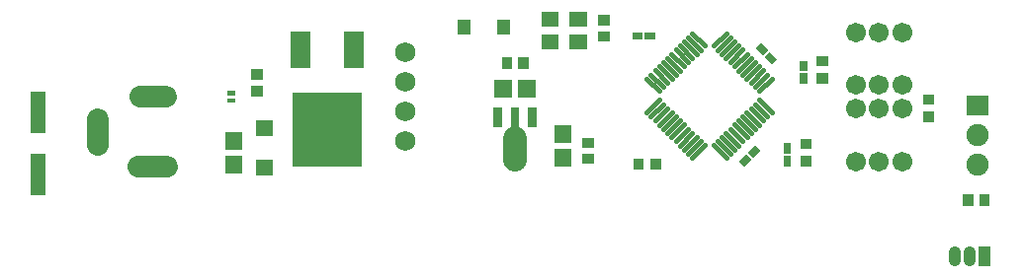
<source format=gts>
G04 Layer: TopSolderMaskLayer*
G04 EasyEDA v6.4.32, 2022-03-04 17:10:02*
G04 9e068ee103114b4da440d1e05eba0729,9b295ca1ffa148ecaf4cbe0d9ff7b9be,10*
G04 Gerber Generator version 0.2*
G04 Scale: 100 percent, Rotated: No, Reflected: No *
G04 Dimensions in inches *
G04 leading zeros omitted , absolute positions ,3 integer and 6 decimal *
%FSLAX36Y36*%
%MOIN*%

%ADD49C,0.0150*%
%ADD50C,0.0749*%
%ADD51C,0.0394*%
%ADD55C,0.0670*%
%ADD60C,0.0680*%
%ADD64R,0.0394X0.0355*%

%LPD*%
D49*
X2260977Y2508577D02*
G01*
X2218662Y2466262D01*
X2274907Y2494657D02*
G01*
X2232592Y2452343D01*
X2288816Y2480736D02*
G01*
X2246503Y2438422D01*
X2302746Y2466817D02*
G01*
X2260433Y2424502D01*
X2316656Y2452907D02*
G01*
X2274342Y2410592D01*
X2330586Y2438977D02*
G01*
X2288272Y2396662D01*
X2344497Y2425066D02*
G01*
X2302183Y2382752D01*
X2358416Y2411136D02*
G01*
X2316103Y2368823D01*
X2372336Y2397226D02*
G01*
X2330023Y2354913D01*
X2386256Y2383307D02*
G01*
X2343942Y2340992D01*
X2400177Y2369387D02*
G01*
X2357862Y2327073D01*
X2414097Y2355466D02*
G01*
X2371782Y2313153D01*
X2444162Y2355466D02*
G01*
X2486477Y2313153D01*
X2458082Y2369387D02*
G01*
X2500397Y2327073D01*
X2472003Y2383307D02*
G01*
X2514317Y2340992D01*
X2485923Y2397226D02*
G01*
X2528236Y2354913D01*
X2499843Y2411136D02*
G01*
X2542156Y2368823D01*
X2513762Y2425066D02*
G01*
X2556076Y2382752D01*
X2527682Y2438977D02*
G01*
X2569997Y2396662D01*
X2541602Y2452907D02*
G01*
X2583917Y2410592D01*
X2555523Y2466817D02*
G01*
X2597836Y2424502D01*
X2569443Y2480736D02*
G01*
X2611756Y2438422D01*
X2583362Y2494657D02*
G01*
X2625676Y2452343D01*
X2597282Y2508577D02*
G01*
X2639597Y2466262D01*
X2639597Y2580956D02*
G01*
X2597282Y2538643D01*
X2625676Y2594886D02*
G01*
X2583362Y2552573D01*
X2611756Y2608796D02*
G01*
X2569443Y2566482D01*
X2597836Y2622716D02*
G01*
X2555523Y2580403D01*
X2583917Y2636637D02*
G01*
X2541602Y2594322D01*
X2569997Y2650556D02*
G01*
X2527682Y2608243D01*
X2556076Y2664477D02*
G01*
X2513762Y2622163D01*
X2542156Y2678397D02*
G01*
X2499843Y2636082D01*
X2528236Y2692316D02*
G01*
X2485923Y2650003D01*
X2514317Y2706237D02*
G01*
X2472003Y2663923D01*
X2500397Y2720156D02*
G01*
X2458082Y2677842D01*
X2486477Y2734077D02*
G01*
X2444162Y2691763D01*
X2371782Y2734077D02*
G01*
X2414097Y2691763D01*
X2357862Y2720156D02*
G01*
X2400177Y2677842D01*
X2343942Y2706237D02*
G01*
X2386256Y2663923D01*
X2330023Y2692316D02*
G01*
X2372336Y2650003D01*
X2316103Y2678397D02*
G01*
X2358416Y2636082D01*
X2302183Y2664477D02*
G01*
X2344497Y2622163D01*
X2288272Y2650556D02*
G01*
X2330586Y2608243D01*
X2274342Y2636637D02*
G01*
X2316656Y2594322D01*
X2260433Y2622716D02*
G01*
X2302746Y2580403D01*
X2246503Y2608796D02*
G01*
X2288816Y2566482D01*
X2232592Y2594886D02*
G01*
X2274907Y2552573D01*
X2218662Y2580956D02*
G01*
X2260977Y2538643D01*
D50*
X505965Y2283460D02*
G01*
X600453Y2283460D01*
X596516Y2519679D02*
G01*
X509902Y2519679D01*
X368040Y2444886D02*
G01*
X368040Y2358272D01*
D51*
X3257089Y1966540D02*
G01*
X3257089Y1994099D01*
X3307089Y1966540D02*
G01*
X3307089Y1994099D01*
G36*
X2212600Y2711799D02*
G01*
X2212600Y2736999D01*
X2247700Y2736999D01*
X2247700Y2711799D01*
G37*
G36*
X2169600Y2711799D02*
G01*
X2169600Y2736999D01*
X2204799Y2736999D01*
X2204799Y2711799D01*
G37*
G36*
X3150299Y2492100D02*
G01*
X3150299Y2527800D01*
X3188299Y2527800D01*
X3188299Y2492100D01*
G37*
G36*
X3150299Y2432800D02*
G01*
X3150299Y2468499D01*
X3188299Y2468499D01*
X3188299Y2432800D01*
G37*
D50*
G01*
X3334639Y2289760D03*
G01*
X3334639Y2389760D03*
G36*
X3297200Y2456799D02*
G01*
X3297200Y2522800D01*
X3372100Y2522800D01*
X3372100Y2456799D01*
G37*
D55*
G01*
X3080979Y2561140D03*
G01*
X3002240Y2561140D03*
G01*
X2923500Y2561140D03*
G01*
X2923500Y2738299D03*
G01*
X3002240Y2738299D03*
G01*
X3080979Y2738299D03*
G01*
X3080979Y2301239D03*
G01*
X3002240Y2301239D03*
G01*
X2923500Y2301239D03*
G01*
X2923500Y2478400D03*
G01*
X3002240Y2478400D03*
G01*
X3080979Y2478400D03*
G36*
X2232200Y2272300D02*
G01*
X2232200Y2310300D01*
X2268000Y2310300D01*
X2268000Y2272300D01*
G37*
G36*
X2172899Y2272300D02*
G01*
X2172899Y2310300D01*
X2208699Y2310300D01*
X2208699Y2272300D01*
G37*
G36*
X2736899Y2342500D02*
G01*
X2736899Y2378200D01*
X2774899Y2378200D01*
X2774899Y2342500D01*
G37*
G36*
X2736899Y2283200D02*
G01*
X2736899Y2318899D01*
X2774899Y2318899D01*
X2774899Y2283200D01*
G37*
G36*
X2791999Y2621999D02*
G01*
X2791999Y2657800D01*
X2830000Y2657800D01*
X2830000Y2621999D01*
G37*
G36*
X2791999Y2562700D02*
G01*
X2791999Y2598499D01*
X2830000Y2598499D01*
X2830000Y2562700D01*
G37*
G36*
X1581999Y2731300D02*
G01*
X1581999Y2780500D01*
X1623400Y2780500D01*
X1623400Y2731300D01*
G37*
G36*
X1715200Y2731300D02*
G01*
X1715200Y2780500D01*
X1756599Y2780500D01*
X1756599Y2731300D01*
G37*
G36*
X798199Y2341500D02*
G01*
X798199Y2400999D01*
X855299Y2400999D01*
X855299Y2341500D01*
G37*
G36*
X798199Y2260399D02*
G01*
X798199Y2319899D01*
X855299Y2319899D01*
X855299Y2260399D01*
G37*
G36*
X899600Y2387800D02*
G01*
X899600Y2439000D01*
X958699Y2439000D01*
X958699Y2387800D01*
G37*
G36*
X899600Y2253899D02*
G01*
X899600Y2305200D01*
X958699Y2305200D01*
X958699Y2253899D01*
G37*
D60*
G01*
X1403149Y2371660D03*
G01*
X1403149Y2471660D03*
G01*
X1403149Y2571660D03*
G01*
X1403149Y2671660D03*
G36*
X1773500Y2267700D02*
G01*
X1771700Y2267800D01*
X1769799Y2268000D01*
X1768000Y2268200D01*
X1764399Y2269000D01*
X1762600Y2269499D01*
X1760900Y2270100D01*
X1757500Y2271500D01*
X1755799Y2272399D01*
X1754200Y2273299D01*
X1752700Y2274299D01*
X1751099Y2275300D01*
X1749700Y2276399D01*
X1748299Y2277600D01*
X1746899Y2278899D01*
X1745600Y2280200D01*
X1743199Y2283000D01*
X1742200Y2284499D01*
X1741099Y2286100D01*
X1740200Y2287600D01*
X1739300Y2289299D01*
X1738500Y2290900D01*
X1737799Y2292600D01*
X1737200Y2294400D01*
X1736599Y2296100D01*
X1736099Y2297899D01*
X1735500Y2301500D01*
X1735200Y2303400D01*
X1735100Y2305200D01*
X1735100Y2381900D01*
X1735200Y2383699D01*
X1735500Y2385599D01*
X1736099Y2389200D01*
X1736599Y2390999D01*
X1737200Y2392800D01*
X1737799Y2394499D01*
X1738500Y2396199D01*
X1739300Y2397899D01*
X1741099Y2401100D01*
X1742200Y2402600D01*
X1743199Y2404099D01*
X1745600Y2406900D01*
X1746899Y2408200D01*
X1748299Y2409499D01*
X1749700Y2410700D01*
X1751099Y2411799D01*
X1752700Y2412899D01*
X1754200Y2413800D01*
X1755799Y2414800D01*
X1757600Y2415700D01*
X1759499Y2416100D01*
X1759499Y2483299D01*
X1789399Y2483299D01*
X1789399Y2416100D01*
X1791199Y2415700D01*
X1793000Y2414800D01*
X1794700Y2413800D01*
X1796199Y2412899D01*
X1799200Y2410700D01*
X1800600Y2409499D01*
X1803199Y2406900D01*
X1804499Y2405500D01*
X1805600Y2404099D01*
X1806700Y2402600D01*
X1807700Y2401100D01*
X1808699Y2399499D01*
X1809600Y2397899D01*
X1810399Y2396199D01*
X1811099Y2394499D01*
X1811700Y2392800D01*
X1812299Y2390999D01*
X1813100Y2387399D01*
X1813400Y2385599D01*
X1813599Y2383699D01*
X1813800Y2381900D01*
X1813800Y2305200D01*
X1813599Y2303400D01*
X1813400Y2301500D01*
X1813100Y2299699D01*
X1812299Y2296100D01*
X1811700Y2294400D01*
X1811099Y2292600D01*
X1810399Y2290900D01*
X1809600Y2289299D01*
X1808699Y2287600D01*
X1807700Y2286100D01*
X1806700Y2284499D01*
X1805600Y2283000D01*
X1804499Y2281599D01*
X1803199Y2280200D01*
X1800600Y2277600D01*
X1799200Y2276399D01*
X1797700Y2275300D01*
X1794700Y2273299D01*
X1793000Y2272399D01*
X1791400Y2271500D01*
X1788000Y2270100D01*
X1786300Y2269499D01*
X1784499Y2269000D01*
X1780900Y2268200D01*
X1778999Y2268000D01*
X1777200Y2267800D01*
X1775399Y2267700D01*
G37*
G36*
X1700500Y2417300D02*
G01*
X1700500Y2483400D01*
X1731000Y2483400D01*
X1731000Y2417300D01*
G37*
G36*
X1818599Y2417300D02*
G01*
X1818599Y2483400D01*
X1849099Y2483400D01*
X1849099Y2417300D01*
G37*
G36*
X1704499Y2518000D02*
G01*
X1704499Y2575100D01*
X1763999Y2575100D01*
X1763999Y2518000D01*
G37*
G36*
X1785600Y2518000D02*
G01*
X1785600Y2575100D01*
X1845100Y2575100D01*
X1845100Y2518000D01*
G37*
G36*
X1784600Y2613499D02*
G01*
X1784600Y2652899D01*
X1820100Y2652899D01*
X1820100Y2613499D01*
G37*
G36*
X1729499Y2613499D02*
G01*
X1729499Y2652899D01*
X1765000Y2652899D01*
X1765000Y2613499D01*
G37*
G36*
X1906800Y2282600D02*
G01*
X1906800Y2342199D01*
X1963999Y2342199D01*
X1963999Y2282600D01*
G37*
G36*
X1906800Y2363699D02*
G01*
X1906800Y2423299D01*
X1963999Y2423299D01*
X1963999Y2363699D01*
G37*
D64*
G01*
X2022010Y2364760D03*
G01*
X2022010Y2309650D03*
G36*
X3284700Y2150300D02*
G01*
X3284700Y2189699D01*
X3320200Y2189699D01*
X3320200Y2150300D01*
G37*
G36*
X3339799Y2150300D02*
G01*
X3339799Y2189699D01*
X3375299Y2189699D01*
X3375299Y2150300D01*
G37*
G36*
X2548299Y2282399D02*
G01*
X2530399Y2300200D01*
X2555200Y2325100D01*
X2573100Y2307199D01*
G37*
G36*
X2578599Y2312700D02*
G01*
X2560799Y2330599D01*
X2585600Y2355399D01*
X2603400Y2337500D01*
G37*
G36*
X2680299Y2283800D02*
G01*
X2680299Y2318899D01*
X2705500Y2318899D01*
X2705500Y2283800D01*
G37*
G36*
X2680299Y2326700D02*
G01*
X2680299Y2361799D01*
X2705500Y2361799D01*
X2705500Y2326700D01*
G37*
G36*
X2735399Y2563400D02*
G01*
X2735399Y2598499D01*
X2760699Y2598499D01*
X2760699Y2563400D01*
G37*
G36*
X2735399Y2606300D02*
G01*
X2735399Y2641399D01*
X2760699Y2641399D01*
X2760699Y2606300D01*
G37*
G36*
X2640699Y2628800D02*
G01*
X2615900Y2653699D01*
X2633699Y2671500D01*
X2658599Y2646700D01*
G37*
G36*
X2610299Y2659200D02*
G01*
X2585500Y2684000D01*
X2603400Y2701900D01*
X2628199Y2676999D01*
G37*
G36*
X2054300Y2761100D02*
G01*
X2054300Y2796599D01*
X2093699Y2796599D01*
X2093699Y2761100D01*
G37*
G36*
X2054300Y2705999D02*
G01*
X2054300Y2741500D01*
X2093699Y2741500D01*
X2093699Y2705999D01*
G37*
G36*
X1198400Y2617100D02*
G01*
X1198400Y2739200D01*
X1265399Y2739200D01*
X1265399Y2617100D01*
G37*
G36*
X1018100Y2617100D02*
G01*
X1018100Y2739200D01*
X1085100Y2739200D01*
X1085100Y2617100D01*
G37*
G36*
X1025600Y2284499D02*
G01*
X1025600Y2532500D01*
X1257899Y2532500D01*
X1257899Y2284499D01*
G37*
G36*
X1863800Y2757199D02*
G01*
X1863800Y2805700D01*
X1921999Y2805700D01*
X1921999Y2757199D01*
G37*
G36*
X1863800Y2681100D02*
G01*
X1863800Y2729699D01*
X1921999Y2729699D01*
X1921999Y2681100D01*
G37*
G36*
X1958299Y2757199D02*
G01*
X1958299Y2805700D01*
X2016499Y2805700D01*
X2016499Y2757199D01*
G37*
G36*
X1958299Y2681100D02*
G01*
X1958299Y2729699D01*
X2016499Y2729699D01*
X2016499Y2681100D01*
G37*
G36*
X3337399Y1946799D02*
G01*
X3337399Y2013800D01*
X3376800Y2013800D01*
X3376800Y1946799D01*
G37*
G36*
X885799Y2521599D02*
G01*
X885799Y2557100D01*
X925200Y2557100D01*
X925200Y2521599D01*
G37*
G36*
X885799Y2576700D02*
G01*
X885799Y2612199D01*
X925200Y2612199D01*
X925200Y2576700D01*
G37*
G36*
X139699Y2186199D02*
G01*
X139699Y2328000D01*
X190999Y2328000D01*
X190999Y2186199D01*
G37*
G36*
X139699Y2396399D02*
G01*
X139699Y2538200D01*
X190999Y2538200D01*
X190999Y2396399D01*
G37*
G36*
X805100Y2499000D02*
G01*
X805100Y2514800D01*
X832700Y2514800D01*
X832700Y2499000D01*
G37*
G36*
X805100Y2524600D02*
G01*
X805100Y2540399D01*
X832700Y2540399D01*
X832700Y2524600D01*
G37*
M02*

</source>
